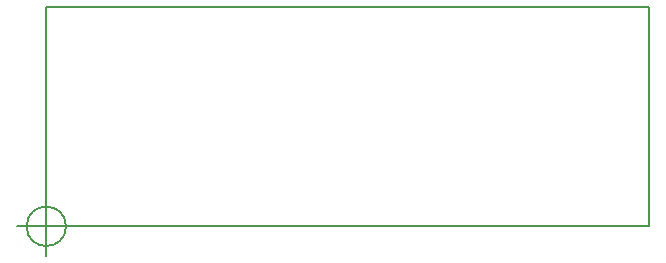
<source format=gbr>
G04 #@! TF.FileFunction,Profile,NP*
%FSLAX46Y46*%
G04 Gerber Fmt 4.6, Leading zero omitted, Abs format (unit mm)*
G04 Created by KiCad (PCBNEW 4.0.2-stable) date Tuesday, February 20, 2018 'AMt' 07:17:42 AM*
%MOMM*%
G01*
G04 APERTURE LIST*
%ADD10C,0.025400*%
%ADD11C,0.150000*%
G04 APERTURE END LIST*
D10*
D11*
X101600000Y-83058000D02*
X101600000Y-101600000D01*
X152654000Y-83058000D02*
X152654000Y-101600000D01*
X103266666Y-101600000D02*
G75*
G03X103266666Y-101600000I-1666666J0D01*
G01*
X99100000Y-101600000D02*
X104100000Y-101600000D01*
X101600000Y-99100000D02*
X101600000Y-104100000D01*
X152654000Y-101600000D02*
X101600000Y-101600000D01*
X101600000Y-83058000D02*
X152654000Y-83058000D01*
M02*

</source>
